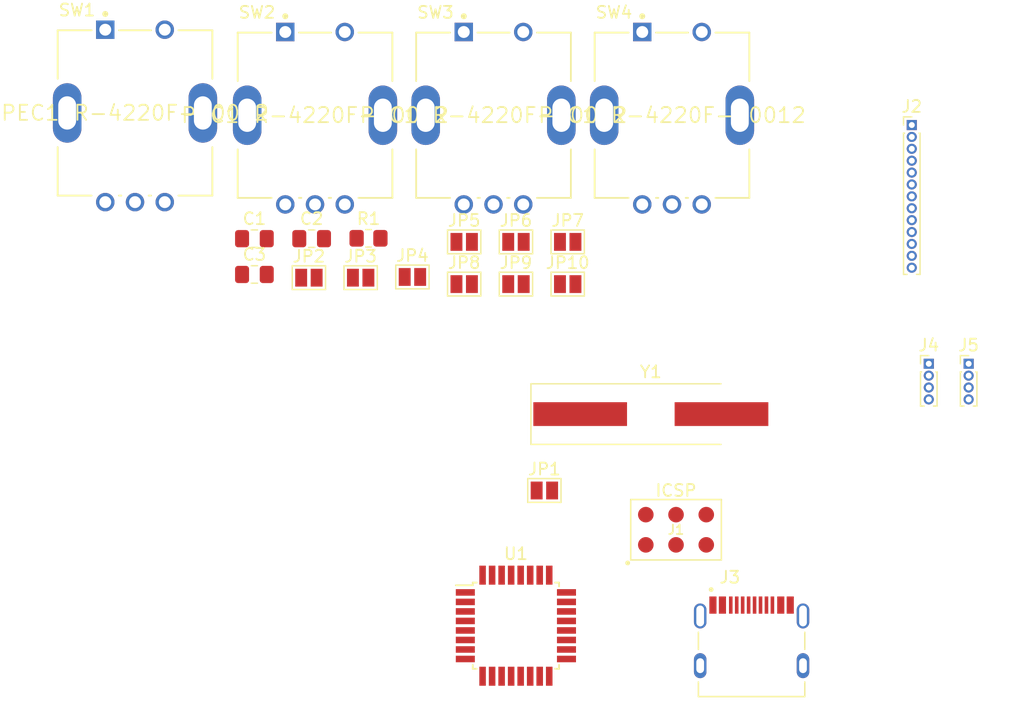
<source format=kicad_pcb>
(kicad_pcb (version 20171130) (host pcbnew "(5.1.10)-1")

  (general
    (thickness 1.6)
    (drawings 0)
    (tracks 0)
    (zones 0)
    (modules 25)
    (nets 37)
  )

  (page A4)
  (title_block
    (title "LightControl Console")
    (date 2021-08-10)
    (rev v00)
    (comment 4 "Author: GHOSCHT")
  )

  (layers
    (0 F.Cu signal)
    (31 B.Cu signal)
    (32 B.Adhes user)
    (33 F.Adhes user)
    (34 B.Paste user)
    (35 F.Paste user)
    (36 B.SilkS user)
    (37 F.SilkS user)
    (38 B.Mask user)
    (39 F.Mask user)
    (40 Dwgs.User user)
    (41 Cmts.User user)
    (42 Eco1.User user)
    (43 Eco2.User user)
    (44 Edge.Cuts user)
    (45 Margin user)
    (46 B.CrtYd user)
    (47 F.CrtYd user)
    (48 B.Fab user)
    (49 F.Fab user)
  )

  (setup
    (last_trace_width 0.25)
    (trace_clearance 0.2)
    (zone_clearance 0.508)
    (zone_45_only no)
    (trace_min 0.2)
    (via_size 0.8)
    (via_drill 0.4)
    (via_min_size 0.4)
    (via_min_drill 0.3)
    (uvia_size 0.3)
    (uvia_drill 0.1)
    (uvias_allowed no)
    (uvia_min_size 0.2)
    (uvia_min_drill 0.1)
    (edge_width 0.05)
    (segment_width 0.2)
    (pcb_text_width 0.3)
    (pcb_text_size 1.5 1.5)
    (mod_edge_width 0.12)
    (mod_text_size 1 1)
    (mod_text_width 0.15)
    (pad_size 1.524 1.524)
    (pad_drill 0.762)
    (pad_to_mask_clearance 0)
    (aux_axis_origin 0 0)
    (visible_elements 7FFFFFFF)
    (pcbplotparams
      (layerselection 0x010fc_ffffffff)
      (usegerberextensions false)
      (usegerberattributes true)
      (usegerberadvancedattributes true)
      (creategerberjobfile true)
      (excludeedgelayer true)
      (linewidth 0.100000)
      (plotframeref false)
      (viasonmask false)
      (mode 1)
      (useauxorigin false)
      (hpglpennumber 1)
      (hpglpenspeed 20)
      (hpglpendiameter 15.000000)
      (psnegative false)
      (psa4output false)
      (plotreference true)
      (plotvalue true)
      (plotinvisibletext false)
      (padsonsilk false)
      (subtractmaskfromsilk false)
      (outputformat 1)
      (mirror false)
      (drillshape 1)
      (scaleselection 1)
      (outputdirectory ""))
  )

  (net 0 "")
  (net 1 "Net-(U1-Pad14)")
  (net 2 "Net-(U1-Pad19)")
  (net 3 "Net-(U1-Pad20)")
  (net 4 "Net-(U1-Pad22)")
  (net 5 "Net-(J3-PadA6)")
  (net 6 "Net-(J3-PadB7)")
  (net 7 "Net-(J3-PadA5)")
  (net 8 "Net-(J3-PadB8)")
  (net 9 "Net-(J3-PadA7)")
  (net 10 "Net-(J3-PadB6)")
  (net 11 "Net-(J3-PadA8)")
  (net 12 "Net-(J3-PadB5)")
  (net 13 /XTAL1)
  (net 14 GND)
  (net 15 /XTAL2)
  (net 16 VCC)
  (net 17 /MOSI)
  (net 18 /SCK)
  (net 19 /MISO)
  (net 20 /RST)
  (net 21 /SDA)
  (net 22 /TX)
  (net 23 /SCL)
  (net 24 /RX)
  (net 25 /BTN1)
  (net 26 /ENC1A)
  (net 27 /ENC1B)
  (net 28 /BTN2)
  (net 29 /ENC2A)
  (net 30 /ENC2B)
  (net 31 /ENC3B)
  (net 32 /ENC3A)
  (net 33 /BTN3)
  (net 34 /BTN4)
  (net 35 /ENC4A)
  (net 36 /ENC4B)

  (net_class Default "This is the default net class."
    (clearance 0.2)
    (trace_width 0.25)
    (via_dia 0.8)
    (via_drill 0.4)
    (uvia_dia 0.3)
    (uvia_drill 0.1)
    (add_net /BTN1)
    (add_net /BTN2)
    (add_net /BTN3)
    (add_net /BTN4)
    (add_net /ENC1A)
    (add_net /ENC1B)
    (add_net /ENC2A)
    (add_net /ENC2B)
    (add_net /ENC3A)
    (add_net /ENC3B)
    (add_net /ENC4A)
    (add_net /ENC4B)
    (add_net /MISO)
    (add_net /MOSI)
    (add_net /RST)
    (add_net /RX)
    (add_net /SCK)
    (add_net /SCL)
    (add_net /SDA)
    (add_net /TX)
    (add_net /XTAL1)
    (add_net /XTAL2)
    (add_net GND)
    (add_net "Net-(J3-PadA5)")
    (add_net "Net-(J3-PadA6)")
    (add_net "Net-(J3-PadA7)")
    (add_net "Net-(J3-PadA8)")
    (add_net "Net-(J3-PadB5)")
    (add_net "Net-(J3-PadB6)")
    (add_net "Net-(J3-PadB7)")
    (add_net "Net-(J3-PadB8)")
    (add_net "Net-(U1-Pad14)")
    (add_net "Net-(U1-Pad19)")
    (add_net "Net-(U1-Pad20)")
    (add_net "Net-(U1-Pad22)")
    (add_net VCC)
  )

  (module Crystal:Crystal_SMD_HC49-SD_HandSoldering (layer F.Cu) (tedit 5A1AD52C) (tstamp 61133696)
    (at 137.328 59.616)
    (descr "SMD Crystal HC-49-SD http://cdn-reichelt.de/documents/datenblatt/B400/xxx-HC49-SMD.pdf, hand-soldering, 11.4x4.7mm^2 package")
    (tags "SMD SMT crystal hand-soldering")
    (path /6113484F)
    (attr smd)
    (fp_text reference Y1 (at 0 -3.55) (layer F.SilkS)
      (effects (font (size 1 1) (thickness 0.15)))
    )
    (fp_text value 16MHz (at 0 3.55) (layer F.Fab)
      (effects (font (size 1 1) (thickness 0.15)))
    )
    (fp_line (start 10.2 -2.6) (end -10.2 -2.6) (layer F.CrtYd) (width 0.05))
    (fp_line (start 10.2 2.6) (end 10.2 -2.6) (layer F.CrtYd) (width 0.05))
    (fp_line (start -10.2 2.6) (end 10.2 2.6) (layer F.CrtYd) (width 0.05))
    (fp_line (start -10.2 -2.6) (end -10.2 2.6) (layer F.CrtYd) (width 0.05))
    (fp_line (start -10.075 2.55) (end 5.9 2.55) (layer F.SilkS) (width 0.12))
    (fp_line (start -10.075 -2.55) (end -10.075 2.55) (layer F.SilkS) (width 0.12))
    (fp_line (start 5.9 -2.55) (end -10.075 -2.55) (layer F.SilkS) (width 0.12))
    (fp_line (start -3.015 2.115) (end 3.015 2.115) (layer F.Fab) (width 0.1))
    (fp_line (start -3.015 -2.115) (end 3.015 -2.115) (layer F.Fab) (width 0.1))
    (fp_line (start 5.7 -2.35) (end -5.7 -2.35) (layer F.Fab) (width 0.1))
    (fp_line (start 5.7 2.35) (end 5.7 -2.35) (layer F.Fab) (width 0.1))
    (fp_line (start -5.7 2.35) (end 5.7 2.35) (layer F.Fab) (width 0.1))
    (fp_line (start -5.7 -2.35) (end -5.7 2.35) (layer F.Fab) (width 0.1))
    (fp_arc (start 3.015 0) (end 3.015 -2.115) (angle 180) (layer F.Fab) (width 0.1))
    (fp_arc (start -3.015 0) (end -3.015 -2.115) (angle -180) (layer F.Fab) (width 0.1))
    (fp_text user %R (at 0 0) (layer F.Fab)
      (effects (font (size 1 1) (thickness 0.15)))
    )
    (pad 2 smd rect (at 5.9375 0) (size 7.875 2) (layers F.Cu F.Paste F.Mask)
      (net 15 /XTAL2))
    (pad 1 smd rect (at -5.9375 0) (size 7.875 2) (layers F.Cu F.Paste F.Mask)
      (net 13 /XTAL1))
    (model ${KISYS3DMOD}/Crystal.3dshapes/Crystal_SMD_HC49-SD.wrl
      (at (xyz 0 0 0))
      (scale (xyz 1 1 1))
      (rotate (xyz 0 0 0))
    )
  )

  (module Jumper:SolderJumper-2_P1.3mm_Open_Pad1.0x1.5mm (layer F.Cu) (tedit 5A3EABFC) (tstamp 611335D6)
    (at 128.382 66.04)
    (descr "SMD Solder Jumper, 1x1.5mm Pads, 0.3mm gap, open")
    (tags "solder jumper open")
    (path /6113282A)
    (attr virtual)
    (fp_text reference JP1 (at 0 -1.8) (layer F.SilkS)
      (effects (font (size 1 1) (thickness 0.15)))
    )
    (fp_text value SolderJumper (at 0 1.9) (layer F.Fab)
      (effects (font (size 1 1) (thickness 0.15)))
    )
    (fp_line (start 1.65 1.25) (end -1.65 1.25) (layer F.CrtYd) (width 0.05))
    (fp_line (start 1.65 1.25) (end 1.65 -1.25) (layer F.CrtYd) (width 0.05))
    (fp_line (start -1.65 -1.25) (end -1.65 1.25) (layer F.CrtYd) (width 0.05))
    (fp_line (start -1.65 -1.25) (end 1.65 -1.25) (layer F.CrtYd) (width 0.05))
    (fp_line (start -1.4 -1) (end 1.4 -1) (layer F.SilkS) (width 0.12))
    (fp_line (start 1.4 -1) (end 1.4 1) (layer F.SilkS) (width 0.12))
    (fp_line (start 1.4 1) (end -1.4 1) (layer F.SilkS) (width 0.12))
    (fp_line (start -1.4 1) (end -1.4 -1) (layer F.SilkS) (width 0.12))
    (pad 1 smd rect (at -0.65 0) (size 1 1.5) (layers F.Cu F.Mask)
      (net 21 /SDA))
    (pad 2 smd rect (at 0.65 0) (size 1 1.5) (layers F.Cu F.Mask)
      (net 5 "Net-(J3-PadA6)"))
  )

  (module Bourns-PEC11R-4220F-S0012:Bourns-PEC11R-4220F-S0012-MFG (layer F.Cu) (tedit 611258C1) (tstamp 6112C981)
    (at 93.98 34.29)
    (path /6112A1C1)
    (fp_text reference SW1 (at -6.5 -8.65) (layer F.SilkS)
      (effects (font (size 1 1) (thickness 0.15)) (justify left))
    )
    (fp_text value PEC11R-4220F-S0012 (at 0 0) (layer F.SilkS)
      (effects (font (size 1.27 1.27) (thickness 0.15)))
    )
    (fp_circle (center -2.5 -8.325) (end -2.375 -8.325) (layer F.SilkS) (width 0.25))
    (fp_line (start -6.5 -2.875) (end -6.5 -6.95) (layer F.SilkS) (width 0.15))
    (fp_line (start -6.5 6.95) (end -6.5 2.875) (layer F.SilkS) (width 0.15))
    (fp_line (start 3.65 6.95) (end 6.5 6.95) (layer F.SilkS) (width 0.15))
    (fp_line (start 1.15 6.95) (end 1.35 6.95) (layer F.SilkS) (width 0.15))
    (fp_line (start -1.35 6.95) (end -1.15 6.95) (layer F.SilkS) (width 0.15))
    (fp_line (start -6.5 6.95) (end -3.65 6.95) (layer F.SilkS) (width 0.15))
    (fp_line (start 6.5 -2.875) (end 6.5 -6.95) (layer F.SilkS) (width 0.15))
    (fp_line (start 6.5 6.95) (end 6.5 2.875) (layer F.SilkS) (width 0.15))
    (fp_line (start 3.65 -6.95) (end 6.5 -6.95) (layer F.SilkS) (width 0.15))
    (fp_line (start -1.35 -6.95) (end 1.35 -6.95) (layer F.SilkS) (width 0.15))
    (fp_line (start -6.5 -6.95) (end -3.65 -6.95) (layer F.SilkS) (width 0.15))
    (fp_line (start 6.925 8.3) (end 6.925 -7.8) (layer F.CrtYd) (width 0.15))
    (fp_line (start -6.925 8.3) (end 6.925 8.3) (layer F.CrtYd) (width 0.15))
    (fp_line (start -6.925 -7.8) (end -6.925 8.3) (layer F.CrtYd) (width 0.15))
    (fp_line (start 6.925 -7.8) (end -6.925 -7.8) (layer F.CrtYd) (width 0.15))
    (fp_line (start 6.925 -7.8) (end 6.925 -7.8) (layer F.CrtYd) (width 0.15))
    (fp_line (start 6.5 6.95) (end -6.5 6.95) (layer F.Fab) (width 0.15))
    (fp_line (start 6.5 -6.95) (end 6.5 6.95) (layer F.Fab) (width 0.15))
    (fp_line (start -6.5 -6.95) (end 6.5 -6.95) (layer F.Fab) (width 0.15))
    (fp_line (start -6.5 6.95) (end -6.5 -6.95) (layer F.Fab) (width 0.15))
    (pad S1 thru_hole rect (at -2.5 -7) (size 1.55 1.55) (drill 1) (layers *.Cu *.Mask)
      (net 14 GND))
    (pad S2 thru_hole circle (at 2.5 -7) (size 1.55 1.55) (drill 1) (layers *.Cu *.Mask)
      (net 25 /BTN1))
    (pad A thru_hole circle (at -2.5 7.5) (size 1.55 1.55) (drill 1) (layers *.Cu *.Mask)
      (net 26 /ENC1A))
    (pad C thru_hole circle (at 0 7.5) (size 1.55 1.55) (drill 1) (layers *.Cu *.Mask)
      (net 14 GND))
    (pad B thru_hole circle (at 2.5 7.5) (size 1.55 1.55) (drill 1) (layers *.Cu *.Mask)
      (net 27 /ENC1B))
    (pad 3 thru_hole roundrect (at -5.7 0) (size 2.4 5) (drill oval 1.5 2.8) (layers *.Cu *.Mask) (roundrect_rratio 0.5))
    (pad 4 thru_hole roundrect (at 5.7 0) (size 2.4 5) (drill oval 1.5 2.8) (layers *.Cu *.Mask) (roundrect_rratio 0.5))
    (model ${KIPRJMOD}/Libraries/Bourns-PEC11R-4220F-S0012.models/Bourns_-_PEC11R-4220F-S0012.step
      (at (xyz 0 0 0))
      (scale (xyz 1 1 1))
      (rotate (xyz 0 0 0))
    )
  )

  (module Package_QFP:TQFP-32_7x7mm_P0.8mm (layer F.Cu) (tedit 5A02F146) (tstamp 6112C9B8)
    (at 125.989001 77.411001)
    (descr "32-Lead Plastic Thin Quad Flatpack (PT) - 7x7x1.0 mm Body, 2.00 mm [TQFP] (see Microchip Packaging Specification 00000049BS.pdf)")
    (tags "QFP 0.8")
    (path /61124B57)
    (attr smd)
    (fp_text reference U1 (at 0 -6.05) (layer F.SilkS)
      (effects (font (size 1 1) (thickness 0.15)))
    )
    (fp_text value ATmega328P-AU (at 0 6.05) (layer F.Fab)
      (effects (font (size 1 1) (thickness 0.15)))
    )
    (fp_line (start -2.5 -3.5) (end 3.5 -3.5) (layer F.Fab) (width 0.15))
    (fp_line (start 3.5 -3.5) (end 3.5 3.5) (layer F.Fab) (width 0.15))
    (fp_line (start 3.5 3.5) (end -3.5 3.5) (layer F.Fab) (width 0.15))
    (fp_line (start -3.5 3.5) (end -3.5 -2.5) (layer F.Fab) (width 0.15))
    (fp_line (start -3.5 -2.5) (end -2.5 -3.5) (layer F.Fab) (width 0.15))
    (fp_line (start -5.3 -5.3) (end -5.3 5.3) (layer F.CrtYd) (width 0.05))
    (fp_line (start 5.3 -5.3) (end 5.3 5.3) (layer F.CrtYd) (width 0.05))
    (fp_line (start -5.3 -5.3) (end 5.3 -5.3) (layer F.CrtYd) (width 0.05))
    (fp_line (start -5.3 5.3) (end 5.3 5.3) (layer F.CrtYd) (width 0.05))
    (fp_line (start -3.625 -3.625) (end -3.625 -3.4) (layer F.SilkS) (width 0.15))
    (fp_line (start 3.625 -3.625) (end 3.625 -3.3) (layer F.SilkS) (width 0.15))
    (fp_line (start 3.625 3.625) (end 3.625 3.3) (layer F.SilkS) (width 0.15))
    (fp_line (start -3.625 3.625) (end -3.625 3.3) (layer F.SilkS) (width 0.15))
    (fp_line (start -3.625 -3.625) (end -3.3 -3.625) (layer F.SilkS) (width 0.15))
    (fp_line (start -3.625 3.625) (end -3.3 3.625) (layer F.SilkS) (width 0.15))
    (fp_line (start 3.625 3.625) (end 3.3 3.625) (layer F.SilkS) (width 0.15))
    (fp_line (start 3.625 -3.625) (end 3.3 -3.625) (layer F.SilkS) (width 0.15))
    (fp_line (start -3.625 -3.4) (end -5.05 -3.4) (layer F.SilkS) (width 0.15))
    (fp_text user %R (at 0 0) (layer F.Fab)
      (effects (font (size 1 1) (thickness 0.15)))
    )
    (pad 1 smd rect (at -4.25 -2.8) (size 1.6 0.55) (layers F.Cu F.Paste F.Mask)
      (net 27 /ENC1B))
    (pad 2 smd rect (at -4.25 -2) (size 1.6 0.55) (layers F.Cu F.Paste F.Mask)
      (net 29 /ENC2A))
    (pad 3 smd rect (at -4.25 -1.2) (size 1.6 0.55) (layers F.Cu F.Paste F.Mask)
      (net 14 GND))
    (pad 4 smd rect (at -4.25 -0.4) (size 1.6 0.55) (layers F.Cu F.Paste F.Mask)
      (net 16 VCC))
    (pad 5 smd rect (at -4.25 0.4) (size 1.6 0.55) (layers F.Cu F.Paste F.Mask)
      (net 14 GND))
    (pad 6 smd rect (at -4.25 1.2) (size 1.6 0.55) (layers F.Cu F.Paste F.Mask)
      (net 16 VCC))
    (pad 7 smd rect (at -4.25 2) (size 1.6 0.55) (layers F.Cu F.Paste F.Mask)
      (net 13 /XTAL1))
    (pad 8 smd rect (at -4.25 2.8) (size 1.6 0.55) (layers F.Cu F.Paste F.Mask)
      (net 15 /XTAL2))
    (pad 9 smd rect (at -2.8 4.25 90) (size 1.6 0.55) (layers F.Cu F.Paste F.Mask)
      (net 30 /ENC2B))
    (pad 10 smd rect (at -2 4.25 90) (size 1.6 0.55) (layers F.Cu F.Paste F.Mask)
      (net 32 /ENC3A))
    (pad 11 smd rect (at -1.2 4.25 90) (size 1.6 0.55) (layers F.Cu F.Paste F.Mask)
      (net 31 /ENC3B))
    (pad 12 smd rect (at -0.4 4.25 90) (size 1.6 0.55) (layers F.Cu F.Paste F.Mask)
      (net 35 /ENC4A))
    (pad 13 smd rect (at 0.4 4.25 90) (size 1.6 0.55) (layers F.Cu F.Paste F.Mask)
      (net 36 /ENC4B))
    (pad 14 smd rect (at 1.2 4.25 90) (size 1.6 0.55) (layers F.Cu F.Paste F.Mask)
      (net 1 "Net-(U1-Pad14)"))
    (pad 15 smd rect (at 2 4.25 90) (size 1.6 0.55) (layers F.Cu F.Paste F.Mask)
      (net 17 /MOSI))
    (pad 16 smd rect (at 2.8 4.25 90) (size 1.6 0.55) (layers F.Cu F.Paste F.Mask)
      (net 19 /MISO))
    (pad 17 smd rect (at 4.25 2.8) (size 1.6 0.55) (layers F.Cu F.Paste F.Mask)
      (net 18 /SCK))
    (pad 18 smd rect (at 4.25 2) (size 1.6 0.55) (layers F.Cu F.Paste F.Mask)
      (net 16 VCC))
    (pad 19 smd rect (at 4.25 1.2) (size 1.6 0.55) (layers F.Cu F.Paste F.Mask)
      (net 2 "Net-(U1-Pad19)"))
    (pad 20 smd rect (at 4.25 0.4) (size 1.6 0.55) (layers F.Cu F.Paste F.Mask)
      (net 3 "Net-(U1-Pad20)"))
    (pad 21 smd rect (at 4.25 -0.4) (size 1.6 0.55) (layers F.Cu F.Paste F.Mask)
      (net 14 GND))
    (pad 22 smd rect (at 4.25 -1.2) (size 1.6 0.55) (layers F.Cu F.Paste F.Mask)
      (net 4 "Net-(U1-Pad22)"))
    (pad 23 smd rect (at 4.25 -2) (size 1.6 0.55) (layers F.Cu F.Paste F.Mask)
      (net 25 /BTN1))
    (pad 24 smd rect (at 4.25 -2.8) (size 1.6 0.55) (layers F.Cu F.Paste F.Mask)
      (net 28 /BTN2))
    (pad 25 smd rect (at 2.8 -4.25 90) (size 1.6 0.55) (layers F.Cu F.Paste F.Mask)
      (net 33 /BTN3))
    (pad 26 smd rect (at 2 -4.25 90) (size 1.6 0.55) (layers F.Cu F.Paste F.Mask)
      (net 34 /BTN4))
    (pad 27 smd rect (at 1.2 -4.25 90) (size 1.6 0.55) (layers F.Cu F.Paste F.Mask)
      (net 21 /SDA))
    (pad 28 smd rect (at 0.4 -4.25 90) (size 1.6 0.55) (layers F.Cu F.Paste F.Mask)
      (net 23 /SCL))
    (pad 29 smd rect (at -0.4 -4.25 90) (size 1.6 0.55) (layers F.Cu F.Paste F.Mask)
      (net 20 /RST))
    (pad 30 smd rect (at -1.2 -4.25 90) (size 1.6 0.55) (layers F.Cu F.Paste F.Mask)
      (net 24 /RX))
    (pad 31 smd rect (at -2 -4.25 90) (size 1.6 0.55) (layers F.Cu F.Paste F.Mask)
      (net 22 /TX))
    (pad 32 smd rect (at -2.8 -4.25 90) (size 1.6 0.55) (layers F.Cu F.Paste F.Mask)
      (net 26 /ENC1A))
    (model ${KISYS3DMOD}/Package_QFP.3dshapes/TQFP-32_7x7mm_P0.8mm.wrl
      (at (xyz 0 0 0))
      (scale (xyz 1 1 1))
      (rotate (xyz 0 0 0))
    )
  )

  (module AVR-ISP:AVR-ISP (layer F.Cu) (tedit 61126B73) (tstamp 6112DBCD)
    (at 139.446 69.342)
    (path /61134728)
    (fp_text reference J1 (at 0 0) (layer F.SilkS)
      (effects (font (size 0.787402 0.787402) (thickness 0.15)))
    )
    (fp_text value AVR-ISP-6 (at 0 0) (layer F.Fab)
      (effects (font (size 0.787402 0.787402) (thickness 0.15)))
    )
    (fp_line (start -3.81 -2.54) (end 3.81 -2.54) (layer F.SilkS) (width 0.127))
    (fp_line (start 3.81 -2.54) (end 3.81 2.54) (layer F.SilkS) (width 0.127))
    (fp_line (start 3.81 2.54) (end -3.81 2.54) (layer F.SilkS) (width 0.127))
    (fp_line (start -3.81 2.54) (end -3.81 -2.54) (layer F.SilkS) (width 0.127))
    (fp_circle (center -4.064 2.794) (end -3.964 2.794) (layer F.SilkS) (width 0.2))
    (fp_text user ICSP (at 0 -3.302) (layer F.SilkS)
      (effects (font (size 1 1) (thickness 0.15)))
    )
    (pad 4 smd circle (at 0 -1.27) (size 1.308 1.308) (layers F.Cu F.Paste F.Mask)
      (net 17 /MOSI))
    (pad 3 smd circle (at 0 1.27) (size 1.308 1.308) (layers F.Cu F.Paste F.Mask)
      (net 18 /SCK))
    (pad 2 smd circle (at -2.54 -1.27) (size 1.308 1.308) (layers F.Cu F.Paste F.Mask)
      (net 16 VCC))
    (pad 1 smd circle (at -2.54 1.27) (size 1.308 1.308) (layers F.Cu F.Paste F.Mask)
      (net 19 /MISO))
    (pad 5 smd circle (at 2.54 1.27) (size 1.308 1.308) (layers F.Cu F.Paste F.Mask)
      (net 20 /RST))
    (pad 6 smd circle (at 2.54 -1.27) (size 1.308 1.308) (layers F.Cu F.Paste F.Mask)
      (net 14 GND))
  )

  (module HRO_TYPE-C-31-M-12:HRO_TYPE-C-31-M-12 (layer F.Cu) (tedit 6112D184) (tstamp 6112D3E1)
    (at 145.796 80.772)
    (path /6112D89A)
    (fp_text reference J3 (at -1.825 -7.435) (layer F.SilkS)
      (effects (font (size 1 1) (thickness 0.15)))
    )
    (fp_text value TYPE-C-31-M-12 (at 6.43 4.135) (layer F.Fab)
      (effects (font (size 1 1) (thickness 0.15)))
    )
    (fp_circle (center -3.4 -6.4) (end -3.3 -6.4) (layer F.SilkS) (width 0.2))
    (fp_circle (center -3.4 -6.4) (end -3.3 -6.4) (layer F.Fab) (width 0.2))
    (fp_line (start -5.095 -6.07) (end -5.095 2.85) (layer F.CrtYd) (width 0.05))
    (fp_line (start 5.095 -6.07) (end -5.095 -6.07) (layer F.CrtYd) (width 0.05))
    (fp_line (start 5.095 2.85) (end 5.095 -6.07) (layer F.CrtYd) (width 0.05))
    (fp_line (start -5.095 2.85) (end 5.095 2.85) (layer F.CrtYd) (width 0.05))
    (fp_line (start -4.47 2.6) (end -4.47 1.37) (layer F.SilkS) (width 0.127))
    (fp_line (start 4.47 2.6) (end -4.47 2.6) (layer F.SilkS) (width 0.127))
    (fp_line (start 4.47 1.37) (end 4.47 2.6) (layer F.SilkS) (width 0.127))
    (fp_line (start 4.47 -2.81) (end 4.47 -1.37) (layer F.SilkS) (width 0.127))
    (fp_line (start -4.47 -2.81) (end -4.47 -1.37) (layer F.SilkS) (width 0.127))
    (fp_line (start -4.47 -4.7) (end -4.47 2.6) (layer F.Fab) (width 0.127))
    (fp_line (start 4.47 -4.7) (end -4.47 -4.7) (layer F.Fab) (width 0.127))
    (fp_line (start 4.47 2.6) (end 4.47 -4.7) (layer F.Fab) (width 0.127))
    (fp_line (start -4.47 2.6) (end 4.47 2.6) (layer F.Fab) (width 0.127))
    (pad A1B12 smd rect (at -3.25 -5.095) (size 0.6 1.45) (layers F.Cu F.Paste F.Mask)
      (net 14 GND))
    (pad A4B9 smd rect (at -2.45 -5.095) (size 0.6 1.45) (layers F.Cu F.Paste F.Mask)
      (net 16 VCC))
    (pad A6 smd rect (at -0.25 -5.095) (size 0.3 1.45) (layers F.Cu F.Paste F.Mask)
      (net 5 "Net-(J3-PadA6)"))
    (pad B7 smd rect (at -0.75 -5.095) (size 0.3 1.45) (layers F.Cu F.Paste F.Mask)
      (net 6 "Net-(J3-PadB7)"))
    (pad A5 smd rect (at -1.25 -5.095) (size 0.3 1.45) (layers F.Cu F.Paste F.Mask)
      (net 7 "Net-(J3-PadA5)"))
    (pad B8 smd rect (at -1.75 -5.095) (size 0.3 1.45) (layers F.Cu F.Paste F.Mask)
      (net 8 "Net-(J3-PadB8)"))
    (pad A7 smd rect (at 0.25 -5.095) (size 0.3 1.45) (layers F.Cu F.Paste F.Mask)
      (net 9 "Net-(J3-PadA7)"))
    (pad B6 smd rect (at 0.75 -5.095) (size 0.3 1.45) (layers F.Cu F.Paste F.Mask)
      (net 10 "Net-(J3-PadB6)"))
    (pad A8 smd rect (at 1.25 -5.095) (size 0.3 1.45) (layers F.Cu F.Paste F.Mask)
      (net 11 "Net-(J3-PadA8)"))
    (pad B5 smd rect (at 1.75 -5.095) (size 0.3 1.45) (layers F.Cu F.Paste F.Mask)
      (net 12 "Net-(J3-PadB5)"))
    (pad B4A9 smd rect (at 2.45 -5.095) (size 0.6 1.45) (layers F.Cu F.Paste F.Mask)
      (net 16 VCC))
    (pad B1A12 smd rect (at 3.25 -5.095) (size 0.6 1.45) (layers F.Cu F.Paste F.Mask)
      (net 14 GND))
    (pad S1 thru_hole oval (at -4.32 -4.18) (size 1.05 2.1) (drill oval 0.65 1.75) (layers *.Cu *.Mask)
      (net 14 GND))
    (pad S2 thru_hole oval (at 4.32 -4.18) (size 1.05 2.1) (drill oval 0.65 1.75) (layers *.Cu *.Mask)
      (net 14 GND))
    (pad S3 thru_hole oval (at -4.32 0) (size 1.05 2.1) (drill oval 0.65 1.25) (layers *.Cu *.Mask)
      (net 14 GND))
    (pad S4 thru_hole oval (at 4.32 0) (size 1.05 2.1) (drill oval 0.65 1.25) (layers *.Cu *.Mask)
      (net 14 GND))
    (pad None np_thru_hole circle (at -2.89 -3.65) (size 0.7 0.7) (drill 0.7) (layers *.Cu *.Mask))
    (pad None np_thru_hole circle (at 2.89 -3.65) (size 0.7 0.7) (drill 0.7) (layers *.Cu *.Mask))
    (model ${KIPRJMOD}/Libraries/HRO_TYPE-C-31-M-12.models/TYPE-C-31-M-12.step
      (at (xyz 0 0 0))
      (scale (xyz 1 1 1))
      (rotate (xyz -90 0 0))
    )
  )

  (module Capacitor_SMD:C_0805_2012Metric_Pad1.18x1.45mm_HandSolder (layer F.Cu) (tedit 5F68FEEF) (tstamp 61133BF5)
    (at 104.013001 44.863001)
    (descr "Capacitor SMD 0805 (2012 Metric), square (rectangular) end terminal, IPC_7351 nominal with elongated pad for handsoldering. (Body size source: IPC-SM-782 page 76, https://www.pcb-3d.com/wordpress/wp-content/uploads/ipc-sm-782a_amendment_1_and_2.pdf, https://docs.google.com/spreadsheets/d/1BsfQQcO9C6DZCsRaXUlFlo91Tg2WpOkGARC1WS5S8t0/edit?usp=sharing), generated with kicad-footprint-generator")
    (tags "capacitor handsolder")
    (path /6113DC2F)
    (attr smd)
    (fp_text reference C1 (at 0 -1.68) (layer F.SilkS)
      (effects (font (size 1 1) (thickness 0.15)))
    )
    (fp_text value 22p (at 0 1.68) (layer F.Fab)
      (effects (font (size 1 1) (thickness 0.15)))
    )
    (fp_line (start -1 0.625) (end -1 -0.625) (layer F.Fab) (width 0.1))
    (fp_line (start -1 -0.625) (end 1 -0.625) (layer F.Fab) (width 0.1))
    (fp_line (start 1 -0.625) (end 1 0.625) (layer F.Fab) (width 0.1))
    (fp_line (start 1 0.625) (end -1 0.625) (layer F.Fab) (width 0.1))
    (fp_line (start -0.261252 -0.735) (end 0.261252 -0.735) (layer F.SilkS) (width 0.12))
    (fp_line (start -0.261252 0.735) (end 0.261252 0.735) (layer F.SilkS) (width 0.12))
    (fp_line (start -1.88 0.98) (end -1.88 -0.98) (layer F.CrtYd) (width 0.05))
    (fp_line (start -1.88 -0.98) (end 1.88 -0.98) (layer F.CrtYd) (width 0.05))
    (fp_line (start 1.88 -0.98) (end 1.88 0.98) (layer F.CrtYd) (width 0.05))
    (fp_line (start 1.88 0.98) (end -1.88 0.98) (layer F.CrtYd) (width 0.05))
    (fp_text user %R (at 0 0) (layer F.Fab)
      (effects (font (size 0.5 0.5) (thickness 0.08)))
    )
    (pad 1 smd roundrect (at -1.0375 0) (size 1.175 1.45) (layers F.Cu F.Paste F.Mask) (roundrect_rratio 0.212766)
      (net 13 /XTAL1))
    (pad 2 smd roundrect (at 1.0375 0) (size 1.175 1.45) (layers F.Cu F.Paste F.Mask) (roundrect_rratio 0.212766)
      (net 14 GND))
    (model ${KISYS3DMOD}/Capacitor_SMD.3dshapes/C_0805_2012Metric.wrl
      (at (xyz 0 0 0))
      (scale (xyz 1 1 1))
      (rotate (xyz 0 0 0))
    )
  )

  (module Capacitor_SMD:C_0805_2012Metric_Pad1.18x1.45mm_HandSolder (layer F.Cu) (tedit 5F68FEEF) (tstamp 61133C06)
    (at 108.823001 44.863001)
    (descr "Capacitor SMD 0805 (2012 Metric), square (rectangular) end terminal, IPC_7351 nominal with elongated pad for handsoldering. (Body size source: IPC-SM-782 page 76, https://www.pcb-3d.com/wordpress/wp-content/uploads/ipc-sm-782a_amendment_1_and_2.pdf, https://docs.google.com/spreadsheets/d/1BsfQQcO9C6DZCsRaXUlFlo91Tg2WpOkGARC1WS5S8t0/edit?usp=sharing), generated with kicad-footprint-generator")
    (tags "capacitor handsolder")
    (path /611448F1)
    (attr smd)
    (fp_text reference C2 (at 0 -1.68) (layer F.SilkS)
      (effects (font (size 1 1) (thickness 0.15)))
    )
    (fp_text value 22p (at 0 1.68) (layer F.Fab)
      (effects (font (size 1 1) (thickness 0.15)))
    )
    (fp_line (start 1.88 0.98) (end -1.88 0.98) (layer F.CrtYd) (width 0.05))
    (fp_line (start 1.88 -0.98) (end 1.88 0.98) (layer F.CrtYd) (width 0.05))
    (fp_line (start -1.88 -0.98) (end 1.88 -0.98) (layer F.CrtYd) (width 0.05))
    (fp_line (start -1.88 0.98) (end -1.88 -0.98) (layer F.CrtYd) (width 0.05))
    (fp_line (start -0.261252 0.735) (end 0.261252 0.735) (layer F.SilkS) (width 0.12))
    (fp_line (start -0.261252 -0.735) (end 0.261252 -0.735) (layer F.SilkS) (width 0.12))
    (fp_line (start 1 0.625) (end -1 0.625) (layer F.Fab) (width 0.1))
    (fp_line (start 1 -0.625) (end 1 0.625) (layer F.Fab) (width 0.1))
    (fp_line (start -1 -0.625) (end 1 -0.625) (layer F.Fab) (width 0.1))
    (fp_line (start -1 0.625) (end -1 -0.625) (layer F.Fab) (width 0.1))
    (fp_text user %R (at 0 0) (layer F.Fab)
      (effects (font (size 0.5 0.5) (thickness 0.08)))
    )
    (pad 2 smd roundrect (at 1.0375 0) (size 1.175 1.45) (layers F.Cu F.Paste F.Mask) (roundrect_rratio 0.212766)
      (net 14 GND))
    (pad 1 smd roundrect (at -1.0375 0) (size 1.175 1.45) (layers F.Cu F.Paste F.Mask) (roundrect_rratio 0.212766)
      (net 15 /XTAL2))
    (model ${KISYS3DMOD}/Capacitor_SMD.3dshapes/C_0805_2012Metric.wrl
      (at (xyz 0 0 0))
      (scale (xyz 1 1 1))
      (rotate (xyz 0 0 0))
    )
  )

  (module Capacitor_SMD:C_0805_2012Metric_Pad1.18x1.45mm_HandSolder (layer F.Cu) (tedit 5F68FEEF) (tstamp 61133C17)
    (at 104.013001 47.873001)
    (descr "Capacitor SMD 0805 (2012 Metric), square (rectangular) end terminal, IPC_7351 nominal with elongated pad for handsoldering. (Body size source: IPC-SM-782 page 76, https://www.pcb-3d.com/wordpress/wp-content/uploads/ipc-sm-782a_amendment_1_and_2.pdf, https://docs.google.com/spreadsheets/d/1BsfQQcO9C6DZCsRaXUlFlo91Tg2WpOkGARC1WS5S8t0/edit?usp=sharing), generated with kicad-footprint-generator")
    (tags "capacitor handsolder")
    (path /6115564D)
    (attr smd)
    (fp_text reference C3 (at 0 -1.68) (layer F.SilkS)
      (effects (font (size 1 1) (thickness 0.15)))
    )
    (fp_text value 100n (at 0 1.68) (layer F.Fab)
      (effects (font (size 1 1) (thickness 0.15)))
    )
    (fp_line (start -1 0.625) (end -1 -0.625) (layer F.Fab) (width 0.1))
    (fp_line (start -1 -0.625) (end 1 -0.625) (layer F.Fab) (width 0.1))
    (fp_line (start 1 -0.625) (end 1 0.625) (layer F.Fab) (width 0.1))
    (fp_line (start 1 0.625) (end -1 0.625) (layer F.Fab) (width 0.1))
    (fp_line (start -0.261252 -0.735) (end 0.261252 -0.735) (layer F.SilkS) (width 0.12))
    (fp_line (start -0.261252 0.735) (end 0.261252 0.735) (layer F.SilkS) (width 0.12))
    (fp_line (start -1.88 0.98) (end -1.88 -0.98) (layer F.CrtYd) (width 0.05))
    (fp_line (start -1.88 -0.98) (end 1.88 -0.98) (layer F.CrtYd) (width 0.05))
    (fp_line (start 1.88 -0.98) (end 1.88 0.98) (layer F.CrtYd) (width 0.05))
    (fp_line (start 1.88 0.98) (end -1.88 0.98) (layer F.CrtYd) (width 0.05))
    (fp_text user %R (at 0 0) (layer F.Fab)
      (effects (font (size 0.5 0.5) (thickness 0.08)))
    )
    (pad 1 smd roundrect (at -1.0375 0) (size 1.175 1.45) (layers F.Cu F.Paste F.Mask) (roundrect_rratio 0.212766)
      (net 16 VCC))
    (pad 2 smd roundrect (at 1.0375 0) (size 1.175 1.45) (layers F.Cu F.Paste F.Mask) (roundrect_rratio 0.212766)
      (net 14 GND))
    (model ${KISYS3DMOD}/Capacitor_SMD.3dshapes/C_0805_2012Metric.wrl
      (at (xyz 0 0 0))
      (scale (xyz 1 1 1))
      (rotate (xyz 0 0 0))
    )
  )

  (module Jumper:SolderJumper-2_P1.3mm_Open_Pad1.0x1.5mm (layer F.Cu) (tedit 5A3EABFC) (tstamp 61133C25)
    (at 108.593001 48.143001)
    (descr "SMD Solder Jumper, 1x1.5mm Pads, 0.3mm gap, open")
    (tags "solder jumper open")
    (path /611823D1)
    (attr virtual)
    (fp_text reference JP2 (at 0 -1.8) (layer F.SilkS)
      (effects (font (size 1 1) (thickness 0.15)))
    )
    (fp_text value SolderJumper (at 0 1.9) (layer F.Fab)
      (effects (font (size 1 1) (thickness 0.15)))
    )
    (fp_line (start -1.4 1) (end -1.4 -1) (layer F.SilkS) (width 0.12))
    (fp_line (start 1.4 1) (end -1.4 1) (layer F.SilkS) (width 0.12))
    (fp_line (start 1.4 -1) (end 1.4 1) (layer F.SilkS) (width 0.12))
    (fp_line (start -1.4 -1) (end 1.4 -1) (layer F.SilkS) (width 0.12))
    (fp_line (start -1.65 -1.25) (end 1.65 -1.25) (layer F.CrtYd) (width 0.05))
    (fp_line (start -1.65 -1.25) (end -1.65 1.25) (layer F.CrtYd) (width 0.05))
    (fp_line (start 1.65 1.25) (end 1.65 -1.25) (layer F.CrtYd) (width 0.05))
    (fp_line (start 1.65 1.25) (end -1.65 1.25) (layer F.CrtYd) (width 0.05))
    (pad 2 smd rect (at 0.65 0) (size 1 1.5) (layers F.Cu F.Mask)
      (net 5 "Net-(J3-PadA6)"))
    (pad 1 smd rect (at -0.65 0) (size 1 1.5) (layers F.Cu F.Mask)
      (net 22 /TX))
  )

  (module Jumper:SolderJumper-2_P1.3mm_Open_Pad1.0x1.5mm (layer F.Cu) (tedit 5A3EABFC) (tstamp 61133C33)
    (at 112.943001 48.143001)
    (descr "SMD Solder Jumper, 1x1.5mm Pads, 0.3mm gap, open")
    (tags "solder jumper open")
    (path /6118262C)
    (attr virtual)
    (fp_text reference JP3 (at 0 -1.8) (layer F.SilkS)
      (effects (font (size 1 1) (thickness 0.15)))
    )
    (fp_text value SolderJumper (at 0 1.9) (layer F.Fab)
      (effects (font (size 1 1) (thickness 0.15)))
    )
    (fp_line (start -1.4 1) (end -1.4 -1) (layer F.SilkS) (width 0.12))
    (fp_line (start 1.4 1) (end -1.4 1) (layer F.SilkS) (width 0.12))
    (fp_line (start 1.4 -1) (end 1.4 1) (layer F.SilkS) (width 0.12))
    (fp_line (start -1.4 -1) (end 1.4 -1) (layer F.SilkS) (width 0.12))
    (fp_line (start -1.65 -1.25) (end 1.65 -1.25) (layer F.CrtYd) (width 0.05))
    (fp_line (start -1.65 -1.25) (end -1.65 1.25) (layer F.CrtYd) (width 0.05))
    (fp_line (start 1.65 1.25) (end 1.65 -1.25) (layer F.CrtYd) (width 0.05))
    (fp_line (start 1.65 1.25) (end -1.65 1.25) (layer F.CrtYd) (width 0.05))
    (pad 2 smd rect (at 0.65 0) (size 1 1.5) (layers F.Cu F.Mask)
      (net 9 "Net-(J3-PadA7)"))
    (pad 1 smd rect (at -0.65 0) (size 1 1.5) (layers F.Cu F.Mask)
      (net 23 /SCL))
  )

  (module Jumper:SolderJumper-2_P1.3mm_Open_Pad1.0x1.5mm (layer F.Cu) (tedit 5A3EABFC) (tstamp 61133C41)
    (at 117.293001 48.083001)
    (descr "SMD Solder Jumper, 1x1.5mm Pads, 0.3mm gap, open")
    (tags "solder jumper open")
    (path /61182926)
    (attr virtual)
    (fp_text reference JP4 (at 0 -1.8) (layer F.SilkS)
      (effects (font (size 1 1) (thickness 0.15)))
    )
    (fp_text value SolderJumper (at 0 1.9) (layer F.Fab)
      (effects (font (size 1 1) (thickness 0.15)))
    )
    (fp_line (start 1.65 1.25) (end -1.65 1.25) (layer F.CrtYd) (width 0.05))
    (fp_line (start 1.65 1.25) (end 1.65 -1.25) (layer F.CrtYd) (width 0.05))
    (fp_line (start -1.65 -1.25) (end -1.65 1.25) (layer F.CrtYd) (width 0.05))
    (fp_line (start -1.65 -1.25) (end 1.65 -1.25) (layer F.CrtYd) (width 0.05))
    (fp_line (start -1.4 -1) (end 1.4 -1) (layer F.SilkS) (width 0.12))
    (fp_line (start 1.4 -1) (end 1.4 1) (layer F.SilkS) (width 0.12))
    (fp_line (start 1.4 1) (end -1.4 1) (layer F.SilkS) (width 0.12))
    (fp_line (start -1.4 1) (end -1.4 -1) (layer F.SilkS) (width 0.12))
    (pad 1 smd rect (at -0.65 0) (size 1 1.5) (layers F.Cu F.Mask)
      (net 24 /RX))
    (pad 2 smd rect (at 0.65 0) (size 1 1.5) (layers F.Cu F.Mask)
      (net 9 "Net-(J3-PadA7)"))
  )

  (module Jumper:SolderJumper-2_P1.3mm_Open_Pad1.0x1.5mm (layer F.Cu) (tedit 5A3EABFC) (tstamp 61133C4F)
    (at 121.643001 45.133001)
    (descr "SMD Solder Jumper, 1x1.5mm Pads, 0.3mm gap, open")
    (tags "solder jumper open")
    (path /611B209C)
    (attr virtual)
    (fp_text reference JP5 (at 0 -1.8) (layer F.SilkS)
      (effects (font (size 1 1) (thickness 0.15)))
    )
    (fp_text value SolderJumper (at 0 1.9) (layer F.Fab)
      (effects (font (size 1 1) (thickness 0.15)))
    )
    (fp_line (start -1.4 1) (end -1.4 -1) (layer F.SilkS) (width 0.12))
    (fp_line (start 1.4 1) (end -1.4 1) (layer F.SilkS) (width 0.12))
    (fp_line (start 1.4 -1) (end 1.4 1) (layer F.SilkS) (width 0.12))
    (fp_line (start -1.4 -1) (end 1.4 -1) (layer F.SilkS) (width 0.12))
    (fp_line (start -1.65 -1.25) (end 1.65 -1.25) (layer F.CrtYd) (width 0.05))
    (fp_line (start -1.65 -1.25) (end -1.65 1.25) (layer F.CrtYd) (width 0.05))
    (fp_line (start 1.65 1.25) (end 1.65 -1.25) (layer F.CrtYd) (width 0.05))
    (fp_line (start 1.65 1.25) (end -1.65 1.25) (layer F.CrtYd) (width 0.05))
    (pad 2 smd rect (at 0.65 0) (size 1 1.5) (layers F.Cu F.Mask)
      (net 11 "Net-(J3-PadA8)"))
    (pad 1 smd rect (at -0.65 0) (size 1 1.5) (layers F.Cu F.Mask)
      (net 20 /RST))
  )

  (module Jumper:SolderJumper-2_P1.3mm_Open_Pad1.0x1.5mm (layer F.Cu) (tedit 5A3EABFC) (tstamp 61133C5D)
    (at 125.993001 45.133001)
    (descr "SMD Solder Jumper, 1x1.5mm Pads, 0.3mm gap, open")
    (tags "solder jumper open")
    (path /611BB7CB)
    (attr virtual)
    (fp_text reference JP6 (at 0 -1.8) (layer F.SilkS)
      (effects (font (size 1 1) (thickness 0.15)))
    )
    (fp_text value SolderJumper (at 0 1.9) (layer F.Fab)
      (effects (font (size 1 1) (thickness 0.15)))
    )
    (fp_line (start 1.65 1.25) (end -1.65 1.25) (layer F.CrtYd) (width 0.05))
    (fp_line (start 1.65 1.25) (end 1.65 -1.25) (layer F.CrtYd) (width 0.05))
    (fp_line (start -1.65 -1.25) (end -1.65 1.25) (layer F.CrtYd) (width 0.05))
    (fp_line (start -1.65 -1.25) (end 1.65 -1.25) (layer F.CrtYd) (width 0.05))
    (fp_line (start -1.4 -1) (end 1.4 -1) (layer F.SilkS) (width 0.12))
    (fp_line (start 1.4 -1) (end 1.4 1) (layer F.SilkS) (width 0.12))
    (fp_line (start 1.4 1) (end -1.4 1) (layer F.SilkS) (width 0.12))
    (fp_line (start -1.4 1) (end -1.4 -1) (layer F.SilkS) (width 0.12))
    (pad 1 smd rect (at -0.65 0) (size 1 1.5) (layers F.Cu F.Mask)
      (net 20 /RST))
    (pad 2 smd rect (at 0.65 0) (size 1 1.5) (layers F.Cu F.Mask)
      (net 8 "Net-(J3-PadB8)"))
  )

  (module Jumper:SolderJumper-2_P1.3mm_Open_Pad1.0x1.5mm (layer F.Cu) (tedit 5A3EABFC) (tstamp 61133C6B)
    (at 130.343001 45.133001)
    (descr "SMD Solder Jumper, 1x1.5mm Pads, 0.3mm gap, open")
    (tags "solder jumper open")
    (path /611A358D)
    (attr virtual)
    (fp_text reference JP7 (at 0 -1.8) (layer F.SilkS)
      (effects (font (size 1 1) (thickness 0.15)))
    )
    (fp_text value SolderJumper (at 0 1.9) (layer F.Fab)
      (effects (font (size 1 1) (thickness 0.15)))
    )
    (fp_line (start 1.65 1.25) (end -1.65 1.25) (layer F.CrtYd) (width 0.05))
    (fp_line (start 1.65 1.25) (end 1.65 -1.25) (layer F.CrtYd) (width 0.05))
    (fp_line (start -1.65 -1.25) (end -1.65 1.25) (layer F.CrtYd) (width 0.05))
    (fp_line (start -1.65 -1.25) (end 1.65 -1.25) (layer F.CrtYd) (width 0.05))
    (fp_line (start -1.4 -1) (end 1.4 -1) (layer F.SilkS) (width 0.12))
    (fp_line (start 1.4 -1) (end 1.4 1) (layer F.SilkS) (width 0.12))
    (fp_line (start 1.4 1) (end -1.4 1) (layer F.SilkS) (width 0.12))
    (fp_line (start -1.4 1) (end -1.4 -1) (layer F.SilkS) (width 0.12))
    (pad 1 smd rect (at -0.65 0) (size 1 1.5) (layers F.Cu F.Mask)
      (net 24 /RX))
    (pad 2 smd rect (at 0.65 0) (size 1 1.5) (layers F.Cu F.Mask)
      (net 6 "Net-(J3-PadB7)"))
  )

  (module Jumper:SolderJumper-2_P1.3mm_Open_Pad1.0x1.5mm (layer F.Cu) (tedit 5A3EABFC) (tstamp 61133C79)
    (at 121.643001 48.683001)
    (descr "SMD Solder Jumper, 1x1.5mm Pads, 0.3mm gap, open")
    (tags "solder jumper open")
    (path /611A3587)
    (attr virtual)
    (fp_text reference JP8 (at 0 -1.8) (layer F.SilkS)
      (effects (font (size 1 1) (thickness 0.15)))
    )
    (fp_text value SolderJumper (at 0 1.9) (layer F.Fab)
      (effects (font (size 1 1) (thickness 0.15)))
    )
    (fp_line (start -1.4 1) (end -1.4 -1) (layer F.SilkS) (width 0.12))
    (fp_line (start 1.4 1) (end -1.4 1) (layer F.SilkS) (width 0.12))
    (fp_line (start 1.4 -1) (end 1.4 1) (layer F.SilkS) (width 0.12))
    (fp_line (start -1.4 -1) (end 1.4 -1) (layer F.SilkS) (width 0.12))
    (fp_line (start -1.65 -1.25) (end 1.65 -1.25) (layer F.CrtYd) (width 0.05))
    (fp_line (start -1.65 -1.25) (end -1.65 1.25) (layer F.CrtYd) (width 0.05))
    (fp_line (start 1.65 1.25) (end 1.65 -1.25) (layer F.CrtYd) (width 0.05))
    (fp_line (start 1.65 1.25) (end -1.65 1.25) (layer F.CrtYd) (width 0.05))
    (pad 2 smd rect (at 0.65 0) (size 1 1.5) (layers F.Cu F.Mask)
      (net 6 "Net-(J3-PadB7)"))
    (pad 1 smd rect (at -0.65 0) (size 1 1.5) (layers F.Cu F.Mask)
      (net 23 /SCL))
  )

  (module Jumper:SolderJumper-2_P1.3mm_Open_Pad1.0x1.5mm (layer F.Cu) (tedit 5A3EABFC) (tstamp 61133C87)
    (at 125.993001 48.683001)
    (descr "SMD Solder Jumper, 1x1.5mm Pads, 0.3mm gap, open")
    (tags "solder jumper open")
    (path /611A3581)
    (attr virtual)
    (fp_text reference JP9 (at 0 -1.8) (layer F.SilkS)
      (effects (font (size 1 1) (thickness 0.15)))
    )
    (fp_text value SolderJumper (at 0 1.9) (layer F.Fab)
      (effects (font (size 1 1) (thickness 0.15)))
    )
    (fp_line (start 1.65 1.25) (end -1.65 1.25) (layer F.CrtYd) (width 0.05))
    (fp_line (start 1.65 1.25) (end 1.65 -1.25) (layer F.CrtYd) (width 0.05))
    (fp_line (start -1.65 -1.25) (end -1.65 1.25) (layer F.CrtYd) (width 0.05))
    (fp_line (start -1.65 -1.25) (end 1.65 -1.25) (layer F.CrtYd) (width 0.05))
    (fp_line (start -1.4 -1) (end 1.4 -1) (layer F.SilkS) (width 0.12))
    (fp_line (start 1.4 -1) (end 1.4 1) (layer F.SilkS) (width 0.12))
    (fp_line (start 1.4 1) (end -1.4 1) (layer F.SilkS) (width 0.12))
    (fp_line (start -1.4 1) (end -1.4 -1) (layer F.SilkS) (width 0.12))
    (pad 1 smd rect (at -0.65 0) (size 1 1.5) (layers F.Cu F.Mask)
      (net 22 /TX))
    (pad 2 smd rect (at 0.65 0) (size 1 1.5) (layers F.Cu F.Mask)
      (net 10 "Net-(J3-PadB6)"))
  )

  (module Jumper:SolderJumper-2_P1.3mm_Open_Pad1.0x1.5mm (layer F.Cu) (tedit 5A3EABFC) (tstamp 61133C95)
    (at 130.343001 48.683001)
    (descr "SMD Solder Jumper, 1x1.5mm Pads, 0.3mm gap, open")
    (tags "solder jumper open")
    (path /611A3577)
    (attr virtual)
    (fp_text reference JP10 (at 0 -1.8) (layer F.SilkS)
      (effects (font (size 1 1) (thickness 0.15)))
    )
    (fp_text value SolderJumper (at 0 1.9) (layer F.Fab)
      (effects (font (size 1 1) (thickness 0.15)))
    )
    (fp_line (start -1.4 1) (end -1.4 -1) (layer F.SilkS) (width 0.12))
    (fp_line (start 1.4 1) (end -1.4 1) (layer F.SilkS) (width 0.12))
    (fp_line (start 1.4 -1) (end 1.4 1) (layer F.SilkS) (width 0.12))
    (fp_line (start -1.4 -1) (end 1.4 -1) (layer F.SilkS) (width 0.12))
    (fp_line (start -1.65 -1.25) (end 1.65 -1.25) (layer F.CrtYd) (width 0.05))
    (fp_line (start -1.65 -1.25) (end -1.65 1.25) (layer F.CrtYd) (width 0.05))
    (fp_line (start 1.65 1.25) (end 1.65 -1.25) (layer F.CrtYd) (width 0.05))
    (fp_line (start 1.65 1.25) (end -1.65 1.25) (layer F.CrtYd) (width 0.05))
    (pad 2 smd rect (at 0.65 0) (size 1 1.5) (layers F.Cu F.Mask)
      (net 10 "Net-(J3-PadB6)"))
    (pad 1 smd rect (at -0.65 0) (size 1 1.5) (layers F.Cu F.Mask)
      (net 21 /SDA))
  )

  (module Resistor_SMD:R_0805_2012Metric_Pad1.20x1.40mm_HandSolder (layer F.Cu) (tedit 5F68FEEE) (tstamp 61133CA6)
    (at 113.603001 44.833001)
    (descr "Resistor SMD 0805 (2012 Metric), square (rectangular) end terminal, IPC_7351 nominal with elongated pad for handsoldering. (Body size source: IPC-SM-782 page 72, https://www.pcb-3d.com/wordpress/wp-content/uploads/ipc-sm-782a_amendment_1_and_2.pdf), generated with kicad-footprint-generator")
    (tags "resistor handsolder")
    (path /611669B4)
    (attr smd)
    (fp_text reference R1 (at 0 -1.65) (layer F.SilkS)
      (effects (font (size 1 1) (thickness 0.15)))
    )
    (fp_text value 10k (at 0 1.65) (layer F.Fab)
      (effects (font (size 1 1) (thickness 0.15)))
    )
    (fp_line (start -1 0.625) (end -1 -0.625) (layer F.Fab) (width 0.1))
    (fp_line (start -1 -0.625) (end 1 -0.625) (layer F.Fab) (width 0.1))
    (fp_line (start 1 -0.625) (end 1 0.625) (layer F.Fab) (width 0.1))
    (fp_line (start 1 0.625) (end -1 0.625) (layer F.Fab) (width 0.1))
    (fp_line (start -0.227064 -0.735) (end 0.227064 -0.735) (layer F.SilkS) (width 0.12))
    (fp_line (start -0.227064 0.735) (end 0.227064 0.735) (layer F.SilkS) (width 0.12))
    (fp_line (start -1.85 0.95) (end -1.85 -0.95) (layer F.CrtYd) (width 0.05))
    (fp_line (start -1.85 -0.95) (end 1.85 -0.95) (layer F.CrtYd) (width 0.05))
    (fp_line (start 1.85 -0.95) (end 1.85 0.95) (layer F.CrtYd) (width 0.05))
    (fp_line (start 1.85 0.95) (end -1.85 0.95) (layer F.CrtYd) (width 0.05))
    (fp_text user %R (at 0 0) (layer F.Fab)
      (effects (font (size 0.5 0.5) (thickness 0.08)))
    )
    (pad 1 smd roundrect (at -1 0) (size 1.2 1.4) (layers F.Cu F.Paste F.Mask) (roundrect_rratio 0.208333)
      (net 20 /RST))
    (pad 2 smd roundrect (at 1 0) (size 1.2 1.4) (layers F.Cu F.Paste F.Mask) (roundrect_rratio 0.208333)
      (net 16 VCC))
    (model ${KISYS3DMOD}/Resistor_SMD.3dshapes/R_0805_2012Metric.wrl
      (at (xyz 0 0 0))
      (scale (xyz 1 1 1))
      (rotate (xyz 0 0 0))
    )
  )

  (module Bourns-PEC11R-4220F-S0012:Bourns-PEC11R-4220F-S0012-MFG (layer F.Cu) (tedit 611258C1) (tstamp 61133CC6)
    (at 109.108001 34.483001)
    (path /611CC8B9)
    (fp_text reference SW2 (at -6.5 -8.65) (layer F.SilkS)
      (effects (font (size 1 1) (thickness 0.15)) (justify left))
    )
    (fp_text value PEC11R-4220F-S0012 (at 0 0) (layer F.SilkS)
      (effects (font (size 1.27 1.27) (thickness 0.15)))
    )
    (fp_circle (center -2.5 -8.325) (end -2.375 -8.325) (layer F.SilkS) (width 0.25))
    (fp_line (start -6.5 -2.875) (end -6.5 -6.95) (layer F.SilkS) (width 0.15))
    (fp_line (start -6.5 6.95) (end -6.5 2.875) (layer F.SilkS) (width 0.15))
    (fp_line (start 3.65 6.95) (end 6.5 6.95) (layer F.SilkS) (width 0.15))
    (fp_line (start 1.15 6.95) (end 1.35 6.95) (layer F.SilkS) (width 0.15))
    (fp_line (start -1.35 6.95) (end -1.15 6.95) (layer F.SilkS) (width 0.15))
    (fp_line (start -6.5 6.95) (end -3.65 6.95) (layer F.SilkS) (width 0.15))
    (fp_line (start 6.5 -2.875) (end 6.5 -6.95) (layer F.SilkS) (width 0.15))
    (fp_line (start 6.5 6.95) (end 6.5 2.875) (layer F.SilkS) (width 0.15))
    (fp_line (start 3.65 -6.95) (end 6.5 -6.95) (layer F.SilkS) (width 0.15))
    (fp_line (start -1.35 -6.95) (end 1.35 -6.95) (layer F.SilkS) (width 0.15))
    (fp_line (start -6.5 -6.95) (end -3.65 -6.95) (layer F.SilkS) (width 0.15))
    (fp_line (start 6.925 8.3) (end 6.925 -7.8) (layer F.CrtYd) (width 0.15))
    (fp_line (start -6.925 8.3) (end 6.925 8.3) (layer F.CrtYd) (width 0.15))
    (fp_line (start -6.925 -7.8) (end -6.925 8.3) (layer F.CrtYd) (width 0.15))
    (fp_line (start 6.925 -7.8) (end -6.925 -7.8) (layer F.CrtYd) (width 0.15))
    (fp_line (start 6.925 -7.8) (end 6.925 -7.8) (layer F.CrtYd) (width 0.15))
    (fp_line (start 6.5 6.95) (end -6.5 6.95) (layer F.Fab) (width 0.15))
    (fp_line (start 6.5 -6.95) (end 6.5 6.95) (layer F.Fab) (width 0.15))
    (fp_line (start -6.5 -6.95) (end 6.5 -6.95) (layer F.Fab) (width 0.15))
    (fp_line (start -6.5 6.95) (end -6.5 -6.95) (layer F.Fab) (width 0.15))
    (pad S1 thru_hole rect (at -2.5 -7) (size 1.55 1.55) (drill 1) (layers *.Cu *.Mask)
      (net 14 GND))
    (pad S2 thru_hole circle (at 2.5 -7) (size 1.55 1.55) (drill 1) (layers *.Cu *.Mask)
      (net 28 /BTN2))
    (pad A thru_hole circle (at -2.5 7.5) (size 1.55 1.55) (drill 1) (layers *.Cu *.Mask)
      (net 29 /ENC2A))
    (pad C thru_hole circle (at 0 7.5) (size 1.55 1.55) (drill 1) (layers *.Cu *.Mask)
      (net 14 GND))
    (pad B thru_hole circle (at 2.5 7.5) (size 1.55 1.55) (drill 1) (layers *.Cu *.Mask)
      (net 30 /ENC2B))
    (pad 3 thru_hole roundrect (at -5.7 0) (size 2.4 5) (drill oval 1.5 2.8) (layers *.Cu *.Mask) (roundrect_rratio 0.5))
    (pad 4 thru_hole roundrect (at 5.7 0) (size 2.4 5) (drill oval 1.5 2.8) (layers *.Cu *.Mask) (roundrect_rratio 0.5))
    (model ${KIPRJMOD}/Libraries/Bourns-PEC11R-4220F-S0012.models/Bourns_-_PEC11R-4220F-S0012.step
      (at (xyz 0 0 0))
      (scale (xyz 1 1 1))
      (rotate (xyz 0 0 0))
    )
  )

  (module Bourns-PEC11R-4220F-S0012:Bourns-PEC11R-4220F-S0012-MFG (layer F.Cu) (tedit 611258C1) (tstamp 61133CE6)
    (at 124.108001 34.483001)
    (path /611CDF12)
    (fp_text reference SW3 (at -6.5 -8.65) (layer F.SilkS)
      (effects (font (size 1 1) (thickness 0.15)) (justify left))
    )
    (fp_text value PEC11R-4220F-S0012 (at 0 0) (layer F.SilkS)
      (effects (font (size 1.27 1.27) (thickness 0.15)))
    )
    (fp_line (start -6.5 6.95) (end -6.5 -6.95) (layer F.Fab) (width 0.15))
    (fp_line (start -6.5 -6.95) (end 6.5 -6.95) (layer F.Fab) (width 0.15))
    (fp_line (start 6.5 -6.95) (end 6.5 6.95) (layer F.Fab) (width 0.15))
    (fp_line (start 6.5 6.95) (end -6.5 6.95) (layer F.Fab) (width 0.15))
    (fp_line (start 6.925 -7.8) (end 6.925 -7.8) (layer F.CrtYd) (width 0.15))
    (fp_line (start 6.925 -7.8) (end -6.925 -7.8) (layer F.CrtYd) (width 0.15))
    (fp_line (start -6.925 -7.8) (end -6.925 8.3) (layer F.CrtYd) (width 0.15))
    (fp_line (start -6.925 8.3) (end 6.925 8.3) (layer F.CrtYd) (width 0.15))
    (fp_line (start 6.925 8.3) (end 6.925 -7.8) (layer F.CrtYd) (width 0.15))
    (fp_line (start -6.5 -6.95) (end -3.65 -6.95) (layer F.SilkS) (width 0.15))
    (fp_line (start -1.35 -6.95) (end 1.35 -6.95) (layer F.SilkS) (width 0.15))
    (fp_line (start 3.65 -6.95) (end 6.5 -6.95) (layer F.SilkS) (width 0.15))
    (fp_line (start 6.5 6.95) (end 6.5 2.875) (layer F.SilkS) (width 0.15))
    (fp_line (start 6.5 -2.875) (end 6.5 -6.95) (layer F.SilkS) (width 0.15))
    (fp_line (start -6.5 6.95) (end -3.65 6.95) (layer F.SilkS) (width 0.15))
    (fp_line (start -1.35 6.95) (end -1.15 6.95) (layer F.SilkS) (width 0.15))
    (fp_line (start 1.15 6.95) (end 1.35 6.95) (layer F.SilkS) (width 0.15))
    (fp_line (start 3.65 6.95) (end 6.5 6.95) (layer F.SilkS) (width 0.15))
    (fp_line (start -6.5 6.95) (end -6.5 2.875) (layer F.SilkS) (width 0.15))
    (fp_line (start -6.5 -2.875) (end -6.5 -6.95) (layer F.SilkS) (width 0.15))
    (fp_circle (center -2.5 -8.325) (end -2.375 -8.325) (layer F.SilkS) (width 0.25))
    (pad 4 thru_hole roundrect (at 5.7 0) (size 2.4 5) (drill oval 1.5 2.8) (layers *.Cu *.Mask) (roundrect_rratio 0.5))
    (pad 3 thru_hole roundrect (at -5.7 0) (size 2.4 5) (drill oval 1.5 2.8) (layers *.Cu *.Mask) (roundrect_rratio 0.5))
    (pad B thru_hole circle (at 2.5 7.5) (size 1.55 1.55) (drill 1) (layers *.Cu *.Mask)
      (net 31 /ENC3B))
    (pad C thru_hole circle (at 0 7.5) (size 1.55 1.55) (drill 1) (layers *.Cu *.Mask)
      (net 14 GND))
    (pad A thru_hole circle (at -2.5 7.5) (size 1.55 1.55) (drill 1) (layers *.Cu *.Mask)
      (net 32 /ENC3A))
    (pad S2 thru_hole circle (at 2.5 -7) (size 1.55 1.55) (drill 1) (layers *.Cu *.Mask)
      (net 33 /BTN3))
    (pad S1 thru_hole rect (at -2.5 -7) (size 1.55 1.55) (drill 1) (layers *.Cu *.Mask)
      (net 14 GND))
    (model eec.models/Bourns_-_PEC11R-4220F-S0012.step
      (at (xyz 0 0 0))
      (scale (xyz 1 1 1))
      (rotate (xyz 0 0 0))
    )
    (model ${KIPRJMOD}/Libraries/Bourns-PEC11R-4220F-S0012.models/Bourns_-_PEC11R-4220F-S0012.step
      (at (xyz 0 0 0))
      (scale (xyz 1 1 1))
      (rotate (xyz 0 0 0))
    )
  )

  (module Bourns-PEC11R-4220F-S0012:Bourns-PEC11R-4220F-S0012-MFG (layer F.Cu) (tedit 611258C1) (tstamp 61133D06)
    (at 139.108001 34.483001)
    (path /611CEA4E)
    (fp_text reference SW4 (at -6.5 -8.65) (layer F.SilkS)
      (effects (font (size 1 1) (thickness 0.15)) (justify left))
    )
    (fp_text value PEC11R-4220F-S0012 (at 0 0) (layer F.SilkS)
      (effects (font (size 1.27 1.27) (thickness 0.15)))
    )
    (fp_circle (center -2.5 -8.325) (end -2.375 -8.325) (layer F.SilkS) (width 0.25))
    (fp_line (start -6.5 -2.875) (end -6.5 -6.95) (layer F.SilkS) (width 0.15))
    (fp_line (start -6.5 6.95) (end -6.5 2.875) (layer F.SilkS) (width 0.15))
    (fp_line (start 3.65 6.95) (end 6.5 6.95) (layer F.SilkS) (width 0.15))
    (fp_line (start 1.15 6.95) (end 1.35 6.95) (layer F.SilkS) (width 0.15))
    (fp_line (start -1.35 6.95) (end -1.15 6.95) (layer F.SilkS) (width 0.15))
    (fp_line (start -6.5 6.95) (end -3.65 6.95) (layer F.SilkS) (width 0.15))
    (fp_line (start 6.5 -2.875) (end 6.5 -6.95) (layer F.SilkS) (width 0.15))
    (fp_line (start 6.5 6.95) (end 6.5 2.875) (layer F.SilkS) (width 0.15))
    (fp_line (start 3.65 -6.95) (end 6.5 -6.95) (layer F.SilkS) (width 0.15))
    (fp_line (start -1.35 -6.95) (end 1.35 -6.95) (layer F.SilkS) (width 0.15))
    (fp_line (start -6.5 -6.95) (end -3.65 -6.95) (layer F.SilkS) (width 0.15))
    (fp_line (start 6.925 8.3) (end 6.925 -7.8) (layer F.CrtYd) (width 0.15))
    (fp_line (start -6.925 8.3) (end 6.925 8.3) (layer F.CrtYd) (width 0.15))
    (fp_line (start -6.925 -7.8) (end -6.925 8.3) (layer F.CrtYd) (width 0.15))
    (fp_line (start 6.925 -7.8) (end -6.925 -7.8) (layer F.CrtYd) (width 0.15))
    (fp_line (start 6.925 -7.8) (end 6.925 -7.8) (layer F.CrtYd) (width 0.15))
    (fp_line (start 6.5 6.95) (end -6.5 6.95) (layer F.Fab) (width 0.15))
    (fp_line (start 6.5 -6.95) (end 6.5 6.95) (layer F.Fab) (width 0.15))
    (fp_line (start -6.5 -6.95) (end 6.5 -6.95) (layer F.Fab) (width 0.15))
    (fp_line (start -6.5 6.95) (end -6.5 -6.95) (layer F.Fab) (width 0.15))
    (pad S1 thru_hole rect (at -2.5 -7) (size 1.55 1.55) (drill 1) (layers *.Cu *.Mask)
      (net 14 GND))
    (pad S2 thru_hole circle (at 2.5 -7) (size 1.55 1.55) (drill 1) (layers *.Cu *.Mask)
      (net 34 /BTN4))
    (pad A thru_hole circle (at -2.5 7.5) (size 1.55 1.55) (drill 1) (layers *.Cu *.Mask)
      (net 35 /ENC4A))
    (pad C thru_hole circle (at 0 7.5) (size 1.55 1.55) (drill 1) (layers *.Cu *.Mask)
      (net 14 GND))
    (pad B thru_hole circle (at 2.5 7.5) (size 1.55 1.55) (drill 1) (layers *.Cu *.Mask)
      (net 36 /ENC4B))
    (pad 3 thru_hole roundrect (at -5.7 0) (size 2.4 5) (drill oval 1.5 2.8) (layers *.Cu *.Mask) (roundrect_rratio 0.5))
    (pad 4 thru_hole roundrect (at 5.7 0) (size 2.4 5) (drill oval 1.5 2.8) (layers *.Cu *.Mask) (roundrect_rratio 0.5))
    (model ${KIPRJMOD}/Libraries/Bourns-PEC11R-4220F-S0012.models/Bourns_-_PEC11R-4220F-S0012.step
      (at (xyz 0 0 0))
      (scale (xyz 1 1 1))
      (rotate (xyz 0 0 0))
    )
  )

  (module Connector_PinHeader_1.00mm:PinHeader_1x13_P1.00mm_Vertical (layer F.Cu) (tedit 59FED738) (tstamp 611344A2)
    (at 159.258 35.306)
    (descr "Through hole straight pin header, 1x13, 1.00mm pitch, single row")
    (tags "Through hole pin header THT 1x13 1.00mm single row")
    (path /61285557)
    (fp_text reference J2 (at 0 -1.56) (layer F.SilkS)
      (effects (font (size 1 1) (thickness 0.15)))
    )
    (fp_text value Conn_01x13 (at 0 13.56) (layer F.Fab)
      (effects (font (size 1 1) (thickness 0.15)))
    )
    (fp_text user %R (at 0 6 90) (layer F.Fab)
      (effects (font (size 0.76 0.76) (thickness 0.114)))
    )
    (fp_line (start -0.3175 -0.5) (end 0.635 -0.5) (layer F.Fab) (width 0.1))
    (fp_line (start 0.635 -0.5) (end 0.635 12.5) (layer F.Fab) (width 0.1))
    (fp_line (start 0.635 12.5) (end -0.635 12.5) (layer F.Fab) (width 0.1))
    (fp_line (start -0.635 12.5) (end -0.635 -0.1825) (layer F.Fab) (width 0.1))
    (fp_line (start -0.635 -0.1825) (end -0.3175 -0.5) (layer F.Fab) (width 0.1))
    (fp_line (start -0.695 12.56) (end -0.394493 12.56) (layer F.SilkS) (width 0.12))
    (fp_line (start 0.394493 12.56) (end 0.695 12.56) (layer F.SilkS) (width 0.12))
    (fp_line (start -0.695 0.685) (end -0.695 12.56) (layer F.SilkS) (width 0.12))
    (fp_line (start 0.695 0.685) (end 0.695 12.56) (layer F.SilkS) (width 0.12))
    (fp_line (start -0.695 0.685) (end -0.608276 0.685) (layer F.SilkS) (width 0.12))
    (fp_line (start 0.608276 0.685) (end 0.695 0.685) (layer F.SilkS) (width 0.12))
    (fp_line (start -0.695 0) (end -0.695 -0.685) (layer F.SilkS) (width 0.12))
    (fp_line (start -0.695 -0.685) (end 0 -0.685) (layer F.SilkS) (width 0.12))
    (fp_line (start -1.15 -1) (end -1.15 13) (layer F.CrtYd) (width 0.05))
    (fp_line (start -1.15 13) (end 1.15 13) (layer F.CrtYd) (width 0.05))
    (fp_line (start 1.15 13) (end 1.15 -1) (layer F.CrtYd) (width 0.05))
    (fp_line (start 1.15 -1) (end -1.15 -1) (layer F.CrtYd) (width 0.05))
    (pad 13 thru_hole oval (at 0 12) (size 0.85 0.85) (drill 0.5) (layers *.Cu *.Mask)
      (net 34 /BTN4))
    (pad 12 thru_hole oval (at 0 11) (size 0.85 0.85) (drill 0.5) (layers *.Cu *.Mask)
      (net 33 /BTN3))
    (pad 11 thru_hole oval (at 0 10) (size 0.85 0.85) (drill 0.5) (layers *.Cu *.Mask)
      (net 28 /BTN2))
    (pad 10 thru_hole oval (at 0 9) (size 0.85 0.85) (drill 0.5) (layers *.Cu *.Mask)
      (net 25 /BTN1))
    (pad 9 thru_hole oval (at 0 8) (size 0.85 0.85) (drill 0.5) (layers *.Cu *.Mask)
      (net 36 /ENC4B))
    (pad 8 thru_hole oval (at 0 7) (size 0.85 0.85) (drill 0.5) (layers *.Cu *.Mask)
      (net 35 /ENC4A))
    (pad 7 thru_hole oval (at 0 6) (size 0.85 0.85) (drill 0.5) (layers *.Cu *.Mask)
      (net 31 /ENC3B))
    (pad 6 thru_hole oval (at 0 5) (size 0.85 0.85) (drill 0.5) (layers *.Cu *.Mask)
      (net 32 /ENC3A))
    (pad 5 thru_hole oval (at 0 4) (size 0.85 0.85) (drill 0.5) (layers *.Cu *.Mask)
      (net 30 /ENC2B))
    (pad 4 thru_hole oval (at 0 3) (size 0.85 0.85) (drill 0.5) (layers *.Cu *.Mask)
      (net 29 /ENC2A))
    (pad 3 thru_hole oval (at 0 2) (size 0.85 0.85) (drill 0.5) (layers *.Cu *.Mask)
      (net 27 /ENC1B))
    (pad 2 thru_hole oval (at 0 1) (size 0.85 0.85) (drill 0.5) (layers *.Cu *.Mask)
      (net 26 /ENC1A))
    (pad 1 thru_hole rect (at 0 0) (size 0.85 0.85) (drill 0.5) (layers *.Cu *.Mask)
      (net 14 GND))
    (model ${KISYS3DMOD}/Connector_PinHeader_1.00mm.3dshapes/PinHeader_1x13_P1.00mm_Vertical.wrl
      (at (xyz 0 0 0))
      (scale (xyz 1 1 1))
      (rotate (xyz 0 0 0))
    )
  )

  (module Connector_PinHeader_1.00mm:PinHeader_1x04_P1.00mm_Vertical (layer F.Cu) (tedit 59FED738) (tstamp 61134944)
    (at 160.687001 55.381001)
    (descr "Through hole straight pin header, 1x04, 1.00mm pitch, single row")
    (tags "Through hole pin header THT 1x04 1.00mm single row")
    (path /613031C0)
    (fp_text reference J4 (at 0 -1.56) (layer F.SilkS)
      (effects (font (size 1 1) (thickness 0.15)))
    )
    (fp_text value Conn_01x04 (at 0 4.56) (layer F.Fab)
      (effects (font (size 1 1) (thickness 0.15)))
    )
    (fp_text user %R (at 0 1.5 90) (layer F.Fab)
      (effects (font (size 0.76 0.76) (thickness 0.114)))
    )
    (fp_line (start -0.3175 -0.5) (end 0.635 -0.5) (layer F.Fab) (width 0.1))
    (fp_line (start 0.635 -0.5) (end 0.635 3.5) (layer F.Fab) (width 0.1))
    (fp_line (start 0.635 3.5) (end -0.635 3.5) (layer F.Fab) (width 0.1))
    (fp_line (start -0.635 3.5) (end -0.635 -0.1825) (layer F.Fab) (width 0.1))
    (fp_line (start -0.635 -0.1825) (end -0.3175 -0.5) (layer F.Fab) (width 0.1))
    (fp_line (start -0.695 3.56) (end -0.394493 3.56) (layer F.SilkS) (width 0.12))
    (fp_line (start 0.394493 3.56) (end 0.695 3.56) (layer F.SilkS) (width 0.12))
    (fp_line (start -0.695 0.685) (end -0.695 3.56) (layer F.SilkS) (width 0.12))
    (fp_line (start 0.695 0.685) (end 0.695 3.56) (layer F.SilkS) (width 0.12))
    (fp_line (start -0.695 0.685) (end -0.608276 0.685) (layer F.SilkS) (width 0.12))
    (fp_line (start 0.608276 0.685) (end 0.695 0.685) (layer F.SilkS) (width 0.12))
    (fp_line (start -0.695 0) (end -0.695 -0.685) (layer F.SilkS) (width 0.12))
    (fp_line (start -0.695 -0.685) (end 0 -0.685) (layer F.SilkS) (width 0.12))
    (fp_line (start -1.15 -1) (end -1.15 4) (layer F.CrtYd) (width 0.05))
    (fp_line (start -1.15 4) (end 1.15 4) (layer F.CrtYd) (width 0.05))
    (fp_line (start 1.15 4) (end 1.15 -1) (layer F.CrtYd) (width 0.05))
    (fp_line (start 1.15 -1) (end -1.15 -1) (layer F.CrtYd) (width 0.05))
    (pad 4 thru_hole oval (at 0 3) (size 0.85 0.85) (drill 0.5) (layers *.Cu *.Mask)
      (net 20 /RST))
    (pad 3 thru_hole oval (at 0 2) (size 0.85 0.85) (drill 0.5) (layers *.Cu *.Mask)
      (net 22 /TX))
    (pad 2 thru_hole oval (at 0 1) (size 0.85 0.85) (drill 0.5) (layers *.Cu *.Mask)
      (net 24 /RX))
    (pad 1 thru_hole rect (at 0 0) (size 0.85 0.85) (drill 0.5) (layers *.Cu *.Mask)
      (net 14 GND))
    (model ${KISYS3DMOD}/Connector_PinHeader_1.00mm.3dshapes/PinHeader_1x04_P1.00mm_Vertical.wrl
      (at (xyz 0 0 0))
      (scale (xyz 1 1 1))
      (rotate (xyz 0 0 0))
    )
  )

  (module Connector_PinHeader_1.00mm:PinHeader_1x04_P1.00mm_Vertical (layer F.Cu) (tedit 59FED738) (tstamp 611348F9)
    (at 164.037001 55.381001)
    (descr "Through hole straight pin header, 1x04, 1.00mm pitch, single row")
    (tags "Through hole pin header THT 1x04 1.00mm single row")
    (path /613021A3)
    (fp_text reference J5 (at 0 -1.56) (layer F.SilkS)
      (effects (font (size 1 1) (thickness 0.15)))
    )
    (fp_text value Conn_01x04 (at 0 4.56) (layer F.Fab)
      (effects (font (size 1 1) (thickness 0.15)))
    )
    (fp_line (start 1.15 -1) (end -1.15 -1) (layer F.CrtYd) (width 0.05))
    (fp_line (start 1.15 4) (end 1.15 -1) (layer F.CrtYd) (width 0.05))
    (fp_line (start -1.15 4) (end 1.15 4) (layer F.CrtYd) (width 0.05))
    (fp_line (start -1.15 -1) (end -1.15 4) (layer F.CrtYd) (width 0.05))
    (fp_line (start -0.695 -0.685) (end 0 -0.685) (layer F.SilkS) (width 0.12))
    (fp_line (start -0.695 0) (end -0.695 -0.685) (layer F.SilkS) (width 0.12))
    (fp_line (start 0.608276 0.685) (end 0.695 0.685) (layer F.SilkS) (width 0.12))
    (fp_line (start -0.695 0.685) (end -0.608276 0.685) (layer F.SilkS) (width 0.12))
    (fp_line (start 0.695 0.685) (end 0.695 3.56) (layer F.SilkS) (width 0.12))
    (fp_line (start -0.695 0.685) (end -0.695 3.56) (layer F.SilkS) (width 0.12))
    (fp_line (start 0.394493 3.56) (end 0.695 3.56) (layer F.SilkS) (width 0.12))
    (fp_line (start -0.695 3.56) (end -0.394493 3.56) (layer F.SilkS) (width 0.12))
    (fp_line (start -0.635 -0.1825) (end -0.3175 -0.5) (layer F.Fab) (width 0.1))
    (fp_line (start -0.635 3.5) (end -0.635 -0.1825) (layer F.Fab) (width 0.1))
    (fp_line (start 0.635 3.5) (end -0.635 3.5) (layer F.Fab) (width 0.1))
    (fp_line (start 0.635 -0.5) (end 0.635 3.5) (layer F.Fab) (width 0.1))
    (fp_line (start -0.3175 -0.5) (end 0.635 -0.5) (layer F.Fab) (width 0.1))
    (fp_text user %R (at 0 1.5 90) (layer F.Fab)
      (effects (font (size 0.76 0.76) (thickness 0.114)))
    )
    (pad 1 thru_hole rect (at 0 0) (size 0.85 0.85) (drill 0.5) (layers *.Cu *.Mask)
      (net 14 GND))
    (pad 2 thru_hole oval (at 0 1) (size 0.85 0.85) (drill 0.5) (layers *.Cu *.Mask)
      (net 21 /SDA))
    (pad 3 thru_hole oval (at 0 2) (size 0.85 0.85) (drill 0.5) (layers *.Cu *.Mask)
      (net 23 /SCL))
    (pad 4 thru_hole oval (at 0 3) (size 0.85 0.85) (drill 0.5) (layers *.Cu *.Mask)
      (net 16 VCC))
    (model ${KISYS3DMOD}/Connector_PinHeader_1.00mm.3dshapes/PinHeader_1x04_P1.00mm_Vertical.wrl
      (at (xyz 0 0 0))
      (scale (xyz 1 1 1))
      (rotate (xyz 0 0 0))
    )
  )

)

</source>
